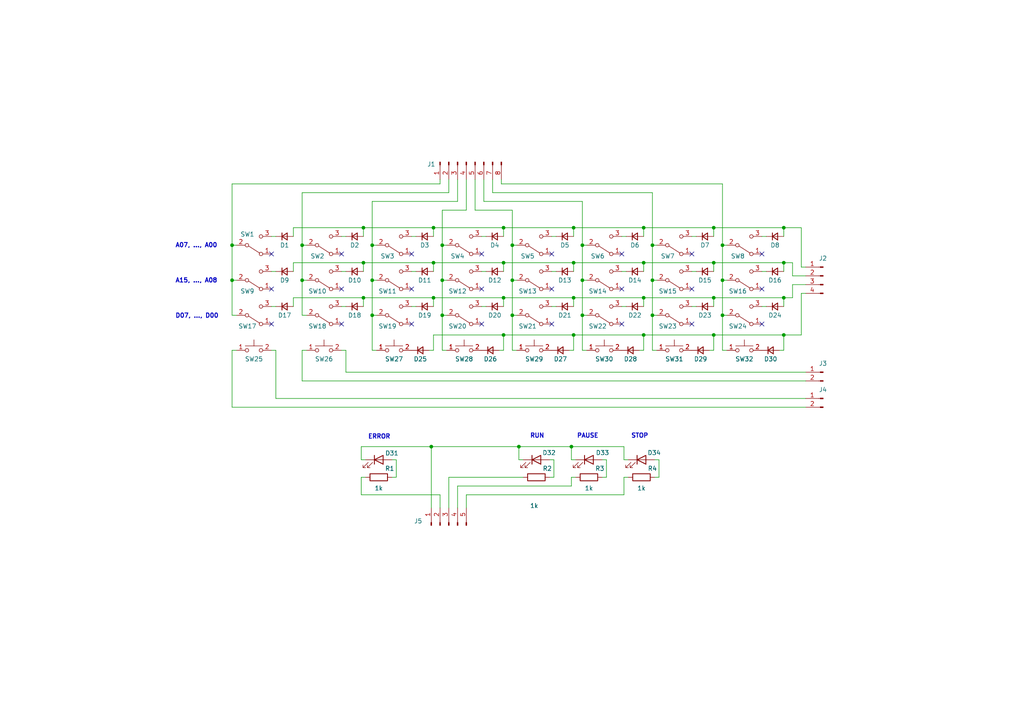
<source format=kicad_sch>
(kicad_sch (version 20211123) (generator eeschema)
  (paper "A4")
  (title_block (title "PMAN/SW - switch modul") (date "2025-09-21") (rev "1.0") (company "Pozsár Zsolt") (comment 1 "Zacchaeus Microcomputer"))
  (lib_symbols
    (symbol "Connector:Conn_01x02_Male" (pin_names (offset 1.016) hide)
      (property "Reference" "J" (at 0 2.54 0))
      (property "Value" "Conn_01x02_Male" (at 0 -5.08 0))
      (symbol "Conn_01x02_Male_1_1"
        (polyline (pts (xy 1.27 -2.54) (xy 0.8636 -2.54)) (stroke (width 0.1524)))
        (polyline (pts (xy 1.27 0) (xy 0.8636 0)) (stroke (width 0.1524)))
        (rectangle (start 0.8636 -2.413) (end 0 -2.667) (stroke (width 0.1524)) (fill (type outline)))
        (rectangle (start 0.8636 0.127) (end 0 -0.127) (stroke (width 0.1524)) (fill (type outline)))
        (pin passive line (at 5.08 0 180) (length 3.81) (name "Pin_1") (number "1"))
        (pin passive line (at 5.08 -2.54 180) (length 3.81) (name "Pin_2") (number "2"))
      )
    )
    (symbol "Connector:Conn_01x04_Male" (pin_names (offset 1.016) hide)
      (property "Reference" "J" (at 0 5.08 0))
      (property "Value" "Conn_01x04_Male" (at 0 -7.62 0))
      (symbol "Conn_01x04_Male_1_1"
        (polyline (pts (xy 1.27 -5.08) (xy 0.8636 -5.08)) (stroke (width 0.1524)))
        (polyline (pts (xy 1.27 -2.54) (xy 0.8636 -2.54)) (stroke (width 0.1524)))
        (polyline (pts (xy 1.27 0) (xy 0.8636 0)) (stroke (width 0.1524)))
        (polyline (pts (xy 1.27 2.54) (xy 0.8636 2.54)) (stroke (width 0.1524)))
        (rectangle (start 0.8636 -4.953) (end 0 -5.207) (stroke (width 0.1524)) (fill (type outline)))
        (rectangle (start 0.8636 -2.413) (end 0 -2.667) (stroke (width 0.1524)) (fill (type outline)))
        (rectangle (start 0.8636 0.127) (end 0 -0.127) (stroke (width 0.1524)) (fill (type outline)))
        (rectangle (start 0.8636 2.667) (end 0 2.413) (stroke (width 0.1524)) (fill (type outline)))
        (pin passive line (at 5.08 2.54 180) (length 3.81) (name "Pin_1") (number "1"))
        (pin passive line (at 5.08 0 180) (length 3.81) (name "Pin_2") (number "2"))
        (pin passive line (at 5.08 -2.54 180) (length 3.81) (name "Pin_3") (number "3"))
        (pin passive line (at 5.08 -5.08 180) (length 3.81) (name "Pin_4") (number "4"))
      )
    )
    (symbol "Connector:Conn_01x05_Male" (pin_names (offset 1.016) hide)
      (property "Reference" "J" (at 0 7.62 0))
      (property "Value" "Conn_01x05_Male" (at 0 -7.62 0))
      (symbol "Conn_01x05_Male_1_1"
        (polyline (pts (xy 1.27 -5.08) (xy 0.8636 -5.08)) (stroke (width 0.1524)))
        (polyline (pts (xy 1.27 -2.54) (xy 0.8636 -2.54)) (stroke (width 0.1524)))
        (polyline (pts (xy 1.27 0) (xy 0.8636 0)) (stroke (width 0.1524)))
        (polyline (pts (xy 1.27 2.54) (xy 0.8636 2.54)) (stroke (width 0.1524)))
        (polyline (pts (xy 1.27 5.08) (xy 0.8636 5.08)) (stroke (width 0.1524)))
        (rectangle (start 0.8636 -4.953) (end 0 -5.207) (stroke (width 0.1524)) (fill (type outline)))
        (rectangle (start 0.8636 -2.413) (end 0 -2.667) (stroke (width 0.1524)) (fill (type outline)))
        (rectangle (start 0.8636 0.127) (end 0 -0.127) (stroke (width 0.1524)) (fill (type outline)))
        (rectangle (start 0.8636 2.667) (end 0 2.413) (stroke (width 0.1524)) (fill (type outline)))
        (rectangle (start 0.8636 5.207) (end 0 4.953) (stroke (width 0.1524)) (fill (type outline)))
        (pin passive line (at 5.08 5.08 180) (length 3.81) (name "Pin_1") (number "1"))
        (pin passive line (at 5.08 2.54 180) (length 3.81) (name "Pin_2") (number "2"))
        (pin passive line (at 5.08 0 180) (length 3.81) (name "Pin_3") (number "3"))
        (pin passive line (at 5.08 -2.54 180) (length 3.81) (name "Pin_4") (number "4"))
        (pin passive line (at 5.08 -5.08 180) (length 3.81) (name "Pin_5") (number "5"))
      )
    )
    (symbol "Connector:Conn_01x08_Male" (pin_names (offset 1.016) hide)
      (property "Reference" "J" (at 0 10.16 0))
      (property "Value" "Conn_01x08_Male" (at 0 -12.7 0))
      (symbol "Conn_01x08_Male_1_1"
        (polyline (pts (xy 1.27 -10.16) (xy 0.8636 -10.16)) (stroke (width 0.1524)))
        (polyline (pts (xy 1.27 -7.62) (xy 0.8636 -7.62)) (stroke (width 0.1524)))
        (polyline (pts (xy 1.27 -5.08) (xy 0.8636 -5.08)) (stroke (width 0.1524)))
        (polyline (pts (xy 1.27 -2.54) (xy 0.8636 -2.54)) (stroke (width 0.1524)))
        (polyline (pts (xy 1.27 0) (xy 0.8636 0)) (stroke (width 0.1524)))
        (polyline (pts (xy 1.27 2.54) (xy 0.8636 2.54)) (stroke (width 0.1524)))
        (polyline (pts (xy 1.27 5.08) (xy 0.8636 5.08)) (stroke (width 0.1524)))
        (polyline (pts (xy 1.27 7.62) (xy 0.8636 7.62)) (stroke (width 0.1524)))
        (rectangle (start 0.8636 -10.033) (end 0 -10.287) (stroke (width 0.1524)) (fill (type outline)))
        (rectangle (start 0.8636 -7.493) (end 0 -7.747) (stroke (width 0.1524)) (fill (type outline)))
        (rectangle (start 0.8636 -4.953) (end 0 -5.207) (stroke (width 0.1524)) (fill (type outline)))
        (rectangle (start 0.8636 -2.413) (end 0 -2.667) (stroke (width 0.1524)) (fill (type outline)))
        (rectangle (start 0.8636 0.127) (end 0 -0.127) (stroke (width 0.1524)) (fill (type outline)))
        (rectangle (start 0.8636 2.667) (end 0 2.413) (stroke (width 0.1524)) (fill (type outline)))
        (rectangle (start 0.8636 5.207) (end 0 4.953) (stroke (width 0.1524)) (fill (type outline)))
        (rectangle (start 0.8636 7.747) (end 0 7.493) (stroke (width 0.1524)) (fill (type outline)))
        (pin passive line (at 5.08 7.62 180) (length 3.81) (name "Pin_1") (number "1"))
        (pin passive line (at 5.08 5.08 180) (length 3.81) (name "Pin_2") (number "2"))
        (pin passive line (at 5.08 2.54 180) (length 3.81) (name "Pin_3") (number "3"))
        (pin passive line (at 5.08 0 180) (length 3.81) (name "Pin_4") (number "4"))
        (pin passive line (at 5.08 -2.54 180) (length 3.81) (name "Pin_5") (number "5"))
        (pin passive line (at 5.08 -5.08 180) (length 3.81) (name "Pin_6") (number "6"))
        (pin passive line (at 5.08 -7.62 180) (length 3.81) (name "Pin_7") (number "7"))
        (pin passive line (at 5.08 -10.16 180) (length 3.81) (name "Pin_8") (number "8"))
      )
    )
    (symbol "Device:D_Small" (pin_numbers hide) (pin_names (offset 0.254) hide)
      (property "Reference" "D" (at -1.27 2.032 0))
      (property "Value" "D_Small" (at -3.81 -2.032 0))
      (symbol "D_Small_0_1"
        (polyline (pts (xy -0.762 -1.016) (xy -0.762 1.016)) (stroke (width 0.254)))
        (polyline (pts (xy -0.762 0) (xy 0.762 0)))
        (polyline (pts (xy 0.762 -1.016) (xy -0.762 0) (xy 0.762 1.016) (xy 0.762 -1.016)) (stroke (width 0.254)))
      )
      (symbol "D_Small_1_1"
        (pin passive line (at -2.54 0 0) (length 1.778) (name "K") (number "1"))
        (pin passive line (at 2.54 0 180) (length 1.778) (name "A") (number "2"))
      )
    )
    (symbol "Device:LED" (pin_numbers hide) (pin_names (offset 1.016) hide)
      (property "Reference" "D" (at 0 2.54 0))
      (property "Value" "LED" (at 0 -2.54 0))
      (symbol "LED_0_1"
        (polyline (pts (xy -1.27 -1.27) (xy -1.27 1.27)) (stroke (width 0.254)))
        (polyline (pts (xy -1.27 0) (xy 1.27 0)))
        (polyline (pts (xy 1.27 -1.27) (xy 1.27 1.27) (xy -1.27 0) (xy 1.27 -1.27)) (stroke (width 0.254)))
        (polyline (pts (xy -3.048 -0.762) (xy -4.572 -2.286) (xy -3.81 -2.286) (xy -4.572 -2.286) (xy -4.572 -1.524)))
        (polyline (pts (xy -1.778 -0.762) (xy -3.302 -2.286) (xy -2.54 -2.286) (xy -3.302 -2.286) (xy -3.302 -1.524)))
      )
      (symbol "LED_1_1"
        (pin passive line (at -3.81 0 0) (length 2.54) (name "K") (number "1"))
        (pin passive line (at 3.81 0 180) (length 2.54) (name "A") (number "2"))
      )
    )
    (symbol "Device:R" (pin_numbers hide) (pin_names (offset 0))
      (property "Reference" "R" (at 2.032 0 90))
      (property "Value" "R" (at 0 0 90))
      (symbol "R_0_1"
        (rectangle (start -1.016 -2.54) (end 1.016 2.54) (stroke (width 0.254)))
      )
      (symbol "R_1_1"
        (pin passive line (at 0 3.81 270) (length 1.27) (name "~") (number "1"))
        (pin passive line (at 0 -3.81 90) (length 1.27) (name "~") (number "2"))
      )
    )
    (symbol "SW_Push_1" (pin_names (offset 1.016) hide)
      (property "Reference" "SW" (at 1.27 2.54 0))
      (property "Value" "SW_Push_1" (at 0 -1.524 0))
      (symbol "SW_Push_1_0_1"
        (circle (center -2.032 0) (radius 0.508))
        (polyline (pts (xy 0 1.27) (xy 0 3.048)))
        (polyline (pts (xy 2.54 1.27) (xy -2.54 1.27)))
        (circle (center 2.032 0) (radius 0.508))
        (pin passive line (at -5.08 0 0) (length 2.54) (name "1") (number "1"))
        (pin passive line (at 5.08 0 180) (length 2.54) (name "2") (number "2"))
      )
    )
    (symbol "SW_Push_2" (pin_names (offset 1.016) hide)
      (property "Reference" "SW" (at 1.27 2.54 0))
      (property "Value" "SW_Push_2" (at 0 -1.524 0))
      (symbol "SW_Push_2_0_1"
        (circle (center -2.032 0) (radius 0.508))
        (polyline (pts (xy 0 1.27) (xy 0 3.048)))
        (polyline (pts (xy 2.54 1.27) (xy -2.54 1.27)))
        (circle (center 2.032 0) (radius 0.508))
        (pin passive line (at -5.08 0 0) (length 2.54) (name "1") (number "1"))
        (pin passive line (at 5.08 0 180) (length 2.54) (name "2") (number "2"))
      )
    )
    (symbol "SW_Push_3" (pin_names (offset 1.016) hide)
      (property "Reference" "SW" (at 1.27 2.54 0))
      (property "Value" "SW_Push_3" (at 0 -1.524 0))
      (symbol "SW_Push_3_0_1"
        (circle (center -2.032 0) (radius 0.508))
        (polyline (pts (xy 0 1.27) (xy 0 3.048)))
        (polyline (pts (xy 2.54 1.27) (xy -2.54 1.27)))
        (circle (center 2.032 0) (radius 0.508))
        (pin passive line (at -5.08 0 0) (length 2.54) (name "1") (number "1"))
        (pin passive line (at 5.08 0 180) (length 2.54) (name "2") (number "2"))
      )
    )
    (symbol "SW_Push_4" (pin_names (offset 1.016) hide)
      (property "Reference" "SW" (at 1.27 2.54 0))
      (property "Value" "SW_Push_4" (at 0 -1.524 0))
      (symbol "SW_Push_4_0_1"
        (circle (center -2.032 0) (radius 0.508))
        (polyline (pts (xy 0 1.27) (xy 0 3.048)))
        (polyline (pts (xy 2.54 1.27) (xy -2.54 1.27)))
        (circle (center 2.032 0) (radius 0.508))
        (pin passive line (at -5.08 0 0) (length 2.54) (name "1") (number "1"))
        (pin passive line (at 5.08 0 180) (length 2.54) (name "2") (number "2"))
      )
    )
    (symbol "SW_Push_5" (pin_names (offset 1.016) hide)
      (property "Reference" "SW" (at 1.27 2.54 0))
      (property "Value" "SW_Push_5" (at 0 -1.524 0))
      (symbol "SW_Push_5_0_1"
        (circle (center -2.032 0) (radius 0.508))
        (polyline (pts (xy 0 1.27) (xy 0 3.048)))
        (polyline (pts (xy 2.54 1.27) (xy -2.54 1.27)))
        (circle (center 2.032 0) (radius 0.508))
        (pin passive line (at -5.08 0 0) (length 2.54) (name "1") (number "1"))
        (pin passive line (at 5.08 0 180) (length 2.54) (name "2") (number "2"))
      )
    )
    (symbol "SW_Push_6" (pin_names (offset 1.016) hide)
      (property "Reference" "SW" (at 1.27 2.54 0))
      (property "Value" "SW_Push_6" (at 0 -1.524 0))
      (symbol "SW_Push_6_0_1"
        (circle (center -2.032 0) (radius 0.508))
        (polyline (pts (xy 0 1.27) (xy 0 3.048)))
        (polyline (pts (xy 2.54 1.27) (xy -2.54 1.27)))
        (circle (center 2.032 0) (radius 0.508))
        (pin passive line (at -5.08 0 0) (length 2.54) (name "1") (number "1"))
        (pin passive line (at 5.08 0 180) (length 2.54) (name "2") (number "2"))
      )
    )
    (symbol "SW_Push_7" (pin_names (offset 1.016) hide)
      (property "Reference" "SW" (at 1.27 2.54 0))
      (property "Value" "SW_Push_7" (at 0 -1.524 0))
      (symbol "SW_Push_7_0_1"
        (circle (center -2.032 0) (radius 0.508))
        (polyline (pts (xy 0 1.27) (xy 0 3.048)))
        (polyline (pts (xy 2.54 1.27) (xy -2.54 1.27)))
        (circle (center 2.032 0) (radius 0.508))
        (pin passive line (at -5.08 0 0) (length 2.54) (name "1") (number "1"))
        (pin passive line (at 5.08 0 180) (length 2.54) (name "2") (number "2"))
      )
    )
    (symbol "Switch:SW_Push" (pin_names (offset 1.016) hide)
      (property "Reference" "SW" (at 1.27 2.54 0))
      (property "Value" "SW_Push" (at 0 -1.524 0))
      (symbol "SW_Push_0_1"
        (circle (center -2.032 0) (radius 0.508))
        (polyline (pts (xy 0 1.27) (xy 0 3.048)))
        (polyline (pts (xy 2.54 1.27) (xy -2.54 1.27)))
        (circle (center 2.032 0) (radius 0.508))
        (pin passive line (at -5.08 0 0) (length 2.54) (name "1") (number "1"))
        (pin passive line (at 5.08 0 180) (length 2.54) (name "2") (number "2"))
      )
    )
    (symbol "Switch:SW_SPDT" (pin_names (offset 0) hide)
      (property "Reference" "SW" (at 0 4.318 0))
      (property "Value" "SW_SPDT" (at 0 -5.08 0))
      (symbol "SW_SPDT_0_0"
        (circle (center -2.032 0) (radius 0.508))
        (circle (center 2.032 -2.54) (radius 0.508))
      )
      (symbol "SW_SPDT_0_1"
        (polyline (pts (xy -1.524 0.254) (xy 1.651 2.286)))
        (circle (center 2.032 2.54) (radius 0.508))
      )
      (symbol "SW_SPDT_1_1"
        (pin passive line (at 5.08 2.54 180) (length 2.54) (name "A") (number "1"))
        (pin passive line (at -5.08 0 0) (length 2.54) (name "B") (number "2"))
        (pin passive line (at 5.08 -2.54 180) (length 2.54) (name "C") (number "3"))
      )
    )
  )
  (junction (at 168.91 91.44))
  (junction (at 186.69 76.2))
  (junction (at 227.33 66.04))
  (junction (at 150.495 129.54))
  (junction (at 166.37 86.36))
  (junction (at 128.27 81.28))
  (junction (at 186.69 86.36))
  (junction (at 209.55 91.44))
  (junction (at 189.23 71.12))
  (junction (at 186.69 66.04))
  (junction (at 125.73 66.04))
  (junction (at 227.33 97.155))
  (junction (at 105.41 76.2))
  (junction (at 207.01 86.36))
  (junction (at 207.01 97.155))
  (junction (at 146.05 66.04))
  (junction (at 67.31 81.28))
  (junction (at 128.27 91.44))
  (junction (at 148.59 71.12))
  (junction (at 168.91 71.12))
  (junction (at 227.33 86.36))
  (junction (at 227.33 76.2))
  (junction (at 165.735 129.54))
  (junction (at 107.95 91.44))
  (junction (at 125.73 76.2))
  (junction (at 125.095 129.54))
  (junction (at 186.69 97.155))
  (junction (at 166.37 66.04))
  (junction (at 107.95 81.28))
  (junction (at 168.91 81.28))
  (junction (at 105.41 66.04))
  (junction (at 209.55 71.12))
  (junction (at 189.23 91.44))
  (junction (at 189.23 81.28))
  (junction (at 146.05 97.155))
  (junction (at 107.95 71.12))
  (junction (at 148.59 81.28))
  (junction (at 87.63 71.12))
  (junction (at 87.63 81.28))
  (junction (at 207.01 76.2))
  (junction (at 166.37 76.2))
  (junction (at 166.37 97.155))
  (junction (at 67.31 71.12))
  (junction (at 125.73 86.36))
  (junction (at 148.59 91.44))
  (junction (at 209.55 81.28))
  (junction (at 207.01 66.04))
  (junction (at 146.05 86.36))
  (junction (at 128.27 71.12))
  (junction (at 105.41 86.36))
  (junction (at 146.05 76.2))
  (no_connect (at 119.38 83.82))
  (no_connect (at 139.7 73.66))
  (no_connect (at 180.34 83.82))
  (no_connect (at 99.06 73.66))
  (no_connect (at 220.98 73.66))
  (no_connect (at 139.7 83.82))
  (no_connect (at 119.38 73.66))
  (no_connect (at 200.66 93.98))
  (no_connect (at 200.66 83.82))
  (no_connect (at 160.02 83.82))
  (no_connect (at 160.02 73.66))
  (no_connect (at 200.66 73.66))
  (no_connect (at 119.38 93.98))
  (no_connect (at 78.74 83.82))
  (no_connect (at 180.34 73.66))
  (no_connect (at 78.74 73.66))
  (no_connect (at 220.98 83.82))
  (no_connect (at 139.7 93.98))
  (no_connect (at 180.34 93.98))
  (no_connect (at 160.02 93.98))
  (no_connect (at 78.74 93.98))
  (no_connect (at 99.06 83.82))
  (no_connect (at 99.06 93.98))
  (no_connect (at 220.98 93.98))
  (wire (pts (xy 127.635 53.34) (xy 67.31 53.34)))
  (wire (pts (xy 99.06 78.74) (xy 100.33 78.74)))
  (wire (pts (xy 146.05 76.2) (xy 166.37 76.2)))
  (wire (pts (xy 166.37 101.6) (xy 166.37 97.155)))
  (wire (pts (xy 168.91 101.6) (xy 170.18 101.6)))
  (wire (pts (xy 166.37 86.36) (xy 186.69 86.36)))
  (wire (pts (xy 180.975 129.54) (xy 165.735 129.54)))
  (wire (pts (xy 160.655 138.43) (xy 159.385 138.43)))
  (wire (pts (xy 167.005 133.35) (xy 165.735 133.35)))
  (wire (pts (xy 88.9 71.12) (xy 87.63 71.12)))
  (wire (pts (xy 233.68 77.47) (xy 232.41 77.47)))
  (wire (pts (xy 105.41 66.04) (xy 105.41 68.58)))
  (wire (pts (xy 127.635 143.51) (xy 127.635 147.32)))
  (wire (pts (xy 87.63 81.28) (xy 88.9 81.28)))
  (wire (pts (xy 186.69 76.2) (xy 186.69 78.74)))
  (wire (pts (xy 67.31 101.6) (xy 67.31 118.11)))
  (wire (pts (xy 209.55 81.28) (xy 209.55 91.44)))
  (wire (pts (xy 125.73 76.2) (xy 125.73 78.74)))
  (wire (pts (xy 106.045 138.43) (xy 104.775 138.43)))
  (wire (pts (xy 87.63 110.49) (xy 233.68 110.49)))
  (wire (pts (xy 180.34 78.74) (xy 181.61 78.74)))
  (wire (pts (xy 191.135 138.43) (xy 189.865 138.43)))
  (wire (pts (xy 85.09 76.2) (xy 85.09 78.74)))
  (wire (pts (xy 200.66 88.9) (xy 201.93 88.9)))
  (wire (pts (xy 128.27 101.6) (xy 129.54 101.6)))
  (wire (pts (xy 207.01 66.04) (xy 207.01 68.58)))
  (wire (pts (xy 137.795 60.96) (xy 148.59 60.96)))
  (wire (pts (xy 186.69 101.6) (xy 186.69 97.155)))
  (wire (pts (xy 87.63 71.12) (xy 87.63 81.28)))
  (wire (pts (xy 210.82 101.6) (xy 209.55 101.6)))
  (wire (pts (xy 209.55 91.44) (xy 210.82 91.44)))
  (wire (pts (xy 160.02 68.58) (xy 161.29 68.58)))
  (wire (pts (xy 125.73 66.04) (xy 146.05 66.04)))
  (wire (pts (xy 146.05 86.36) (xy 166.37 86.36)))
  (wire (pts (xy 125.73 86.36) (xy 146.05 86.36)))
  (wire (pts (xy 119.38 88.9) (xy 120.65 88.9)))
  (wire (pts (xy 207.01 76.2) (xy 227.33 76.2)))
  (wire (pts (xy 191.135 133.35) (xy 191.135 138.43)))
  (wire (pts (xy 148.59 81.28) (xy 148.59 91.44)))
  (wire (pts (xy 132.715 147.32) (xy 132.715 140.97)))
  (wire (pts (xy 67.31 91.44) (xy 68.58 91.44)))
  (wire (pts (xy 132.715 58.42) (xy 132.715 52.07)))
  (wire (pts (xy 145.415 52.07) (xy 145.415 53.34)))
  (wire (pts (xy 87.63 101.6) (xy 87.63 110.49)))
  (wire (pts (xy 125.73 86.36) (xy 125.73 88.9)))
  (wire (pts (xy 168.91 91.44) (xy 170.18 91.44)))
  (wire (pts (xy 186.69 66.04) (xy 186.69 68.58)))
  (wire (pts (xy 166.37 76.2) (xy 166.37 78.74)))
  (wire (pts (xy 227.33 101.6) (xy 227.33 97.155)))
  (wire (pts (xy 129.54 71.12) (xy 128.27 71.12)))
  (wire (pts (xy 130.175 147.32) (xy 130.175 138.43)))
  (wire (pts (xy 125.73 101.6) (xy 125.73 97.155)))
  (wire (pts (xy 80.01 101.6) (xy 78.74 101.6)))
  (wire (pts (xy 135.255 147.32) (xy 135.255 143.51)))
  (wire (pts (xy 139.7 68.58) (xy 140.97 68.58)))
  (wire (pts (xy 132.715 140.97) (xy 165.735 140.97)))
  (wire (pts (xy 148.59 71.12) (xy 148.59 60.96)))
  (wire (pts (xy 67.31 81.28) (xy 68.58 81.28)))
  (wire (pts (xy 165.735 129.54) (xy 165.735 133.35)))
  (wire (pts (xy 68.58 101.6) (xy 67.31 101.6)))
  (wire (pts (xy 189.23 101.6) (xy 190.5 101.6)))
  (wire (pts (xy 125.73 66.04) (xy 125.73 68.58)))
  (wire (pts (xy 78.74 68.58) (xy 80.01 68.58)))
  (wire (pts (xy 137.795 52.07) (xy 137.795 60.96)))
  (wire (pts (xy 128.27 71.12) (xy 128.27 81.28)))
  (wire (pts (xy 85.09 86.36) (xy 105.41 86.36)))
  (wire (pts (xy 174.625 133.35) (xy 175.895 133.35)))
  (wire (pts (xy 104.775 138.43) (xy 104.775 143.51)))
  (wire (pts (xy 168.91 71.12) (xy 168.91 81.28)))
  (wire (pts (xy 67.31 118.11) (xy 233.68 118.11)))
  (wire (pts (xy 80.01 101.6) (xy 80.01 115.57)))
  (wire (pts (xy 170.18 71.12) (xy 168.91 71.12)))
  (wire (pts (xy 67.31 71.12) (xy 67.31 81.28)))
  (wire (pts (xy 146.05 66.04) (xy 146.05 68.58)))
  (wire (pts (xy 148.59 101.6) (xy 149.86 101.6)))
  (wire (pts (xy 142.875 55.88) (xy 189.23 55.88)))
  (wire (pts (xy 87.63 71.12) (xy 87.63 55.88)))
  (wire (pts (xy 186.69 66.04) (xy 207.01 66.04)))
  (wire (pts (xy 104.775 129.54) (xy 104.775 133.35)))
  (wire (pts (xy 128.27 60.96) (xy 135.255 60.96)))
  (wire (pts (xy 105.41 86.36) (xy 105.41 88.9)))
  (wire (pts (xy 168.91 81.28) (xy 168.91 91.44)))
  (wire (pts (xy 207.01 97.155) (xy 227.33 97.155)))
  (wire (pts (xy 146.05 97.155) (xy 166.37 97.155)))
  (wire (pts (xy 107.95 71.12) (xy 107.95 58.42)))
  (wire (pts (xy 104.775 129.54) (xy 125.095 129.54)))
  (wire (pts (xy 127.635 52.07) (xy 127.635 53.34)))
  (wire (pts (xy 160.655 133.35) (xy 160.655 138.43)))
  (wire (pts (xy 125.095 129.54) (xy 125.095 147.32)))
  (wire (pts (xy 207.01 66.04) (xy 227.33 66.04)))
  (wire (pts (xy 128.27 91.44) (xy 128.27 101.6)))
  (wire (pts (xy 128.27 81.28) (xy 129.54 81.28)))
  (wire (pts (xy 226.06 101.6) (xy 227.33 101.6)))
  (wire (pts (xy 186.69 86.36) (xy 207.01 86.36)))
  (wire (pts (xy 166.37 66.04) (xy 166.37 68.58)))
  (wire (pts (xy 189.23 91.44) (xy 189.23 101.6)))
  (wire (pts (xy 185.42 101.6) (xy 186.69 101.6)))
  (wire (pts (xy 125.095 129.54) (xy 150.495 129.54)))
  (wire (pts (xy 165.735 140.97) (xy 165.735 138.43)))
  (wire (pts (xy 99.06 88.9) (xy 100.33 88.9)))
  (wire (pts (xy 119.38 68.58) (xy 120.65 68.58)))
  (wire (pts (xy 104.775 133.35) (xy 106.045 133.35)))
  (wire (pts (xy 165.735 138.43) (xy 167.005 138.43)))
  (wire (pts (xy 200.66 78.74) (xy 201.93 78.74)))
  (wire (pts (xy 114.935 133.35) (xy 114.935 138.43)))
  (wire (pts (xy 128.27 91.44) (xy 129.54 91.44)))
  (wire (pts (xy 67.31 53.34) (xy 67.31 71.12)))
  (wire (pts (xy 146.05 66.04) (xy 166.37 66.04)))
  (wire (pts (xy 100.33 101.6) (xy 99.06 101.6)))
  (wire (pts (xy 104.775 143.51) (xy 127.635 143.51)))
  (wire (pts (xy 148.59 71.12) (xy 148.59 81.28)))
  (wire (pts (xy 175.895 138.43) (xy 174.625 138.43)))
  (wire (pts (xy 140.335 58.42) (xy 168.91 58.42)))
  (wire (pts (xy 109.22 71.12) (xy 107.95 71.12)))
  (wire (pts (xy 232.41 85.09) (xy 232.41 97.155)))
  (wire (pts (xy 180.975 143.51) (xy 180.975 138.43)))
  (wire (pts (xy 144.78 101.6) (xy 146.05 101.6)))
  (wire (pts (xy 78.74 78.74) (xy 80.01 78.74)))
  (wire (pts (xy 180.975 138.43) (xy 182.245 138.43)))
  (wire (pts (xy 135.255 60.96) (xy 135.255 52.07)))
  (wire (pts (xy 145.415 53.34) (xy 209.55 53.34)))
  (wire (pts (xy 210.82 71.12) (xy 209.55 71.12)))
  (wire (pts (xy 105.41 76.2) (xy 105.41 78.74)))
  (wire (pts (xy 160.02 88.9) (xy 161.29 88.9)))
  (wire (pts (xy 189.23 81.28) (xy 189.23 91.44)))
  (wire (pts (xy 166.37 97.155) (xy 186.69 97.155)))
  (wire (pts (xy 227.33 76.2) (xy 227.33 78.74)))
  (wire (pts (xy 159.385 133.35) (xy 160.655 133.35)))
  (wire (pts (xy 165.1 101.6) (xy 166.37 101.6)))
  (wire (pts (xy 78.74 88.9) (xy 80.01 88.9)))
  (wire (pts (xy 229.87 82.55) (xy 229.87 86.36)))
  (wire (pts (xy 85.09 66.04) (xy 85.09 68.58)))
  (wire (pts (xy 233.68 107.95) (xy 100.33 107.95)))
  (wire (pts (xy 233.68 85.09) (xy 232.41 85.09)))
  (wire (pts (xy 166.37 76.2) (xy 186.69 76.2)))
  (wire (pts (xy 209.55 71.12) (xy 209.55 81.28)))
  (wire (pts (xy 220.98 88.9) (xy 222.25 88.9)))
  (wire (pts (xy 232.41 77.47) (xy 232.41 66.04)))
  (wire (pts (xy 189.23 81.28) (xy 190.5 81.28)))
  (wire (pts (xy 189.23 71.12) (xy 189.23 55.88)))
  (wire (pts (xy 233.68 115.57) (xy 80.01 115.57)))
  (wire (pts (xy 227.33 66.04) (xy 232.41 66.04)))
  (wire (pts (xy 182.245 133.35) (xy 180.975 133.35)))
  (wire (pts (xy 233.68 80.01) (xy 229.87 80.01)))
  (wire (pts (xy 189.865 133.35) (xy 191.135 133.35)))
  (wire (pts (xy 130.175 55.88) (xy 130.175 52.07)))
  (wire (pts (xy 105.41 66.04) (xy 125.73 66.04)))
  (wire (pts (xy 107.95 71.12) (xy 107.95 81.28)))
  (wire (pts (xy 146.05 86.36) (xy 146.05 88.9)))
  (wire (pts (xy 189.23 71.12) (xy 189.23 81.28)))
  (wire (pts (xy 128.27 81.28) (xy 128.27 91.44)))
  (wire (pts (xy 68.58 71.12) (xy 67.31 71.12)))
  (wire (pts (xy 186.69 86.36) (xy 186.69 88.9)))
  (wire (pts (xy 107.95 58.42) (xy 132.715 58.42)))
  (wire (pts (xy 125.73 97.155) (xy 146.05 97.155)))
  (wire (pts (xy 130.175 138.43) (xy 151.765 138.43)))
  (wire (pts (xy 227.33 97.155) (xy 232.41 97.155)))
  (wire (pts (xy 220.98 68.58) (xy 222.25 68.58)))
  (wire (pts (xy 160.02 78.74) (xy 161.29 78.74)))
  (wire (pts (xy 200.66 68.58) (xy 201.93 68.58)))
  (wire (pts (xy 140.335 52.07) (xy 140.335 58.42)))
  (wire (pts (xy 119.38 78.74) (xy 120.65 78.74)))
  (wire (pts (xy 107.95 91.44) (xy 109.22 91.44)))
  (wire (pts (xy 67.31 81.28) (xy 67.31 91.44)))
  (wire (pts (xy 205.74 101.6) (xy 207.01 101.6)))
  (wire (pts (xy 166.37 86.36) (xy 166.37 88.9)))
  (wire (pts (xy 207.01 86.36) (xy 207.01 88.9)))
  (wire (pts (xy 166.37 66.04) (xy 186.69 66.04)))
  (wire (pts (xy 87.63 81.28) (xy 87.63 91.44)))
  (wire (pts (xy 220.98 78.74) (xy 222.25 78.74)))
  (wire (pts (xy 107.95 81.28) (xy 107.95 91.44)))
  (wire (pts (xy 87.63 91.44) (xy 88.9 91.44)))
  (wire (pts (xy 142.875 52.07) (xy 142.875 55.88)))
  (wire (pts (xy 85.09 76.2) (xy 105.41 76.2)))
  (wire (pts (xy 209.55 71.12) (xy 209.55 53.34)))
  (wire (pts (xy 113.665 133.35) (xy 114.935 133.35)))
  (wire (pts (xy 148.59 81.28) (xy 149.86 81.28)))
  (wire (pts (xy 85.09 66.04) (xy 105.41 66.04)))
  (wire (pts (xy 227.33 86.36) (xy 229.87 86.36)))
  (wire (pts (xy 139.7 78.74) (xy 140.97 78.74)))
  (wire (pts (xy 100.33 101.6) (xy 100.33 107.95)))
  (wire (pts (xy 124.46 101.6) (xy 125.73 101.6)))
  (wire (pts (xy 125.73 76.2) (xy 146.05 76.2)))
  (wire (pts (xy 107.95 91.44) (xy 107.95 101.6)))
  (wire (pts (xy 99.06 68.58) (xy 100.33 68.58)))
  (wire (pts (xy 227.33 66.04) (xy 227.33 68.58)))
  (wire (pts (xy 148.59 91.44) (xy 148.59 101.6)))
  (wire (pts (xy 146.05 76.2) (xy 146.05 78.74)))
  (wire (pts (xy 165.735 129.54) (xy 150.495 129.54)))
  (wire (pts (xy 87.63 55.88) (xy 130.175 55.88)))
  (wire (pts (xy 209.55 81.28) (xy 210.82 81.28)))
  (wire (pts (xy 151.765 133.35) (xy 150.495 133.35)))
  (wire (pts (xy 233.68 82.55) (xy 229.87 82.55)))
  (wire (pts (xy 189.23 91.44) (xy 190.5 91.44)))
  (wire (pts (xy 128.27 71.12) (xy 128.27 60.96)))
  (wire (pts (xy 209.55 91.44) (xy 209.55 101.6)))
  (wire (pts (xy 135.255 143.51) (xy 180.975 143.51)))
  (wire (pts (xy 114.935 138.43) (xy 113.665 138.43)))
  (wire (pts (xy 107.95 81.28) (xy 109.22 81.28)))
  (wire (pts (xy 168.91 91.44) (xy 168.91 101.6)))
  (wire (pts (xy 168.91 58.42) (xy 168.91 71.12)))
  (wire (pts (xy 186.69 76.2) (xy 207.01 76.2)))
  (wire (pts (xy 229.87 80.01) (xy 229.87 76.2)))
  (wire (pts (xy 190.5 71.12) (xy 189.23 71.12)))
  (wire (pts (xy 180.34 88.9) (xy 181.61 88.9)))
  (wire (pts (xy 227.33 86.36) (xy 227.33 88.9)))
  (wire (pts (xy 139.7 88.9) (xy 140.97 88.9)))
  (wire (pts (xy 146.05 101.6) (xy 146.05 97.155)))
  (wire (pts (xy 180.975 133.35) (xy 180.975 129.54)))
  (wire (pts (xy 175.895 133.35) (xy 175.895 138.43)))
  (wire (pts (xy 148.59 91.44) (xy 149.86 91.44)))
  (wire (pts (xy 149.86 71.12) (xy 148.59 71.12)))
  (wire (pts (xy 168.91 81.28) (xy 170.18 81.28)))
  (wire (pts (xy 227.33 76.2) (xy 229.87 76.2)))
  (wire (pts (xy 85.09 86.36) (xy 85.09 88.9)))
  (wire (pts (xy 150.495 129.54) (xy 150.495 133.35)))
  (wire (pts (xy 207.01 101.6) (xy 207.01 97.155)))
  (wire (pts (xy 180.34 68.58) (xy 181.61 68.58)))
  (wire (pts (xy 105.41 76.2) (xy 125.73 76.2)))
  (wire (pts (xy 186.69 97.155) (xy 207.01 97.155)))
  (wire (pts (xy 107.95 101.6) (xy 109.22 101.6)))
  (wire (pts (xy 105.41 86.36) (xy 125.73 86.36)))
  (wire (pts (xy 207.01 76.2) (xy 207.01 78.74)))
  (wire (pts (xy 88.9 101.6) (xy 87.63 101.6)))
  (wire (pts (xy 207.01 86.36) (xy 227.33 86.36)))
  (text "ERROR" (at 106.68 127.508 0) (effects (font (size 1.27 1.27) (thickness 0.254) bold) (justify left bottom)))
  (text "RUN          PAUSE          STOP\n" (at 153.67 127.254 0) (effects (font (size 1.27 1.27) (thickness 0.254) bold) (justify left bottom)))
  (text "A07, ..., A00\n\n\n\n\nA15, ..., A08\n\n\n\n\nD07, ..., D00" (at 50.8 92.456 0) (effects (font (size 1.27 1.27) (thickness 0.254) bold) (justify left bottom)))
  (symbol (lib_id "Device:D_Small") (at 82.55 68.58 0) (unit 1)
    (property "Reference" "D1" (at 82.55 71.12 0))
    (property "Value" "1N4148" (effects hide))
    (property "Footprint" "Diode_THT:D_DO-35_SOD27_P7.62mm_Horizontal" (effects hide))
  )
  (symbol (lib_id "Switch:SW_SPDT") (at 175.26 81.28 0) (mirror x) (unit 1)
    (property "Reference" "SW14" (at 173.355 84.455 0))
    (property "Value" "SW_SPDT" (effects hide))
    (property "Footprint" "PMAN_SW:SW_SMTS" (effects hide))
  )
  (symbol (lib_id "Device:LED") (at 109.855 133.35 0) (unit 1)
    (property "Reference" "D31" (at 113.665 131.445 0))
    (property "Value" "LED" (effects hide))
    (property "Footprint" "LED_THT:LED_D3.0mm" (effects hide))
  )
  (symbol (lib_id "Switch:SW_SPDT") (at 134.62 81.28 0) (mirror x) (unit 1)
    (property "Reference" "SW12" (at 132.715 84.455 0))
    (property "Value" "SW_SPDT" (effects hide))
    (property "Footprint" "PMAN_SW:SW_SMTS" (effects hide))
  )
  (symbol (lib_name "SW_Push_4") (lib_id "Switch:SW_Push") (at 195.58 101.6 0) (unit 1)
    (property "Reference" "SW31" (at 195.58 104.14 0))
    (property "Value" "SW_Push" (effects hide))
    (property "Footprint" "Connector_PinHeader_2.54mm:PinHeader_1x02_P2.54mm_Vertical" (effects hide))
  )
  (symbol (lib_id "Device:D_Small") (at 121.92 101.6 0) (unit 1)
    (property "Reference" "D25" (at 121.92 104.14 0))
    (property "Value" "1N4148" (effects hide))
    (property "Footprint" "Diode_THT:D_DO-35_SOD27_P2.54mm_Vertical_AnodeUp" (effects hide))
  )
  (symbol (lib_id "Switch:SW_SPDT") (at 175.26 91.44 0) (mirror x) (unit 1)
    (property "Reference" "SW22" (at 173.355 94.615 0))
    (property "Value" "SW_SPDT" (effects hide))
    (property "Footprint" "PMAN_SW:SW_SMTS" (effects hide))
  )
  (symbol (lib_id "Device:D_Small") (at 204.47 68.58 0) (unit 1)
    (property "Reference" "D7" (at 204.47 71.12 0))
    (property "Value" "1N4148" (effects hide))
    (property "Footprint" "Diode_THT:D_DO-35_SOD27_P7.62mm_Horizontal" (effects hide))
  )
  (symbol (lib_id "Switch:SW_SPDT") (at 154.94 91.44 0) (mirror x) (unit 1)
    (property "Reference" "SW21" (at 153.035 94.615 0))
    (property "Value" "SW_SPDT" (effects hide))
    (property "Footprint" "PMAN_SW:SW_SMTS" (effects hide))
  )
  (symbol (lib_id "Device:D_Small") (at 102.87 78.74 0) (unit 1)
    (property "Reference" "D10" (at 102.87 81.28 0))
    (property "Value" "1N4148" (effects hide))
    (property "Footprint" "Diode_THT:D_DO-35_SOD27_P7.62mm_Horizontal" (effects hide))
  )
  (symbol (lib_id "Device:D_Small") (at 203.2 101.6 0) (unit 1)
    (property "Reference" "D29" (at 203.2 104.14 0))
    (property "Value" "1N4148" (effects hide))
    (property "Footprint" "Diode_THT:D_DO-35_SOD27_P2.54mm_Vertical_AnodeUp" (effects hide))
  )
  (symbol (lib_name "SW_Push_1") (lib_id "Switch:SW_Push") (at 134.62 101.6 0) (unit 1)
    (property "Reference" "SW28" (at 134.62 104.14 0))
    (property "Value" "SW_Push" (effects hide))
    (property "Footprint" "Connector_PinHeader_2.54mm:PinHeader_1x02_P2.54mm_Vertical" (effects hide))
  )
  (symbol (lib_name "SW_Push_7") (lib_id "Switch:SW_Push") (at 93.98 101.6 0) (unit 1)
    (property "Reference" "SW26" (at 93.98 104.14 0))
    (property "Value" "SW_Push" (effects hide))
    (property "Footprint" "Connector_PinHeader_2.54mm:PinHeader_1x02_P2.54mm_Vertical" (effects hide))
  )
  (symbol (lib_id "Switch:SW_SPDT") (at 134.62 71.12 0) (mirror x) (unit 1)
    (property "Reference" "SW4" (at 132.715 74.295 0))
    (property "Value" "SW_SPDT" (effects hide))
    (property "Footprint" "PMAN_SW:SW_SMTS" (effects hide))
  )
  (symbol (lib_id "Switch:SW_SPDT") (at 175.26 71.12 0) (mirror x) (unit 1)
    (property "Reference" "SW6" (at 173.355 74.295 0))
    (property "Value" "SW_SPDT" (effects hide))
    (property "Footprint" "PMAN_SW:SW_SMTS" (effects hide))
  )
  (symbol (lib_id "Device:D_Small") (at 143.51 88.9 0) (unit 1)
    (property "Reference" "D20" (at 143.51 91.44 0))
    (property "Value" "1N4148" (effects hide))
    (property "Footprint" "Diode_THT:D_DO-35_SOD27_P7.62mm_Horizontal" (effects hide))
  )
  (symbol (lib_id "Device:D_Small") (at 224.79 68.58 0) (unit 1)
    (property "Reference" "D8" (at 224.79 71.12 0))
    (property "Value" "1N4148" (effects hide))
    (property "Footprint" "Diode_THT:D_DO-35_SOD27_P7.62mm_Horizontal" (effects hide))
  )
  (symbol (lib_id "Device:D_Small") (at 182.88 101.6 0) (unit 1)
    (property "Reference" "D28" (at 182.88 104.14 0))
    (property "Value" "1N4148" (effects hide))
    (property "Footprint" "Diode_THT:D_DO-35_SOD27_P2.54mm_Vertical_AnodeUp" (effects hide))
  )
  (symbol (lib_name "SW_Push_5") (lib_id "Switch:SW_Push") (at 215.9 101.6 0) (unit 1)
    (property "Reference" "SW32" (at 215.9 104.14 0))
    (property "Value" "SW_Push" (effects hide))
    (property "Footprint" "Connector_PinHeader_2.54mm:PinHeader_1x02_P2.54mm_Vertical" (effects hide))
  )
  (symbol (lib_id "Device:D_Small") (at 184.15 88.9 0) (unit 1)
    (property "Reference" "D22" (at 184.15 91.44 0))
    (property "Value" "1N4148" (effects hide))
    (property "Footprint" "Diode_THT:D_DO-35_SOD27_P7.62mm_Horizontal" (effects hide))
  )
  (symbol (lib_id "Device:D_Small") (at 223.52 101.6 0) (unit 1)
    (property "Reference" "D30" (at 223.52 104.14 0))
    (property "Value" "1N4148" (effects hide))
    (property "Footprint" "Diode_THT:D_DO-35_SOD27_P2.54mm_Vertical_AnodeUp" (effects hide))
  )
  (symbol (lib_id "Switch:SW_SPDT") (at 154.94 81.28 0) (mirror x) (unit 1)
    (property "Reference" "SW13" (at 153.035 84.455 0))
    (property "Value" "SW_SPDT" (effects hide))
    (property "Footprint" "PMAN_SW:SW_SMTS" (effects hide))
  )
  (symbol (lib_id "Switch:SW_SPDT") (at 215.9 81.28 0) (mirror x) (unit 1)
    (property "Reference" "SW16" (at 213.995 84.455 0))
    (property "Value" "SW_SPDT" (effects hide))
    (property "Footprint" "PMAN_SW:SW_SMTS" (effects hide))
  )
  (symbol (lib_id "Connector:Conn_01x04_Male") (at 238.76 80.01 0) (mirror y) (unit 1)
    (property "Reference" "J2" (at 237.49 74.93 0) (effects (justify right)))
    (property "Value" "Conn_01x04_Male" (effects hide))
    (property "Footprint" "Connector_PinHeader_2.54mm:PinHeader_1x04_P2.54mm_Vertical" (effects hide))
  )
  (symbol (lib_id "Device:D_Small") (at 123.19 88.9 0) (unit 1)
    (property "Reference" "D19" (at 123.19 91.44 0))
    (property "Value" "1N4148" (effects hide))
    (property "Footprint" "Diode_THT:D_DO-35_SOD27_P7.62mm_Horizontal" (effects hide))
  )
  (symbol (lib_id "Switch:SW_SPDT") (at 93.98 91.44 0) (mirror x) (unit 1)
    (property "Reference" "SW18" (at 92.075 94.615 0))
    (property "Value" "SW_SPDT" (effects hide))
    (property "Footprint" "PMAN_SW:SW_SMTS" (effects hide))
  )
  (symbol (lib_id "Device:LED") (at 155.575 133.35 0) (unit 1)
    (property "Reference" "D32" (at 159.258 131.318 0))
    (property "Value" "LED" (effects hide))
    (property "Footprint" "LED_THT:LED_D3.0mm" (effects hide))
  )
  (symbol (lib_id "Device:D_Small") (at 204.47 78.74 0) (unit 1)
    (property "Reference" "D15" (at 204.47 81.28 0))
    (property "Value" "1N4148" (effects hide))
    (property "Footprint" "Diode_THT:D_DO-35_SOD27_P7.62mm_Horizontal" (effects hide))
  )
  (symbol (lib_id "Switch:SW_SPDT") (at 114.3 91.44 0) (mirror x) (unit 1)
    (property "Reference" "SW19" (at 112.395 94.615 0))
    (property "Value" "SW_SPDT" (effects hide))
    (property "Footprint" "PMAN_SW:SW_SMTS" (effects hide))
  )
  (symbol (lib_id "Device:D_Small") (at 123.19 68.58 0) (unit 1)
    (property "Reference" "D3" (at 123.19 71.12 0))
    (property "Value" "1N4148" (effects hide))
    (property "Footprint" "Diode_THT:D_DO-35_SOD27_P7.62mm_Horizontal" (effects hide))
  )
  (symbol (lib_id "Switch:SW_SPDT") (at 93.98 71.12 0) (mirror x) (unit 1)
    (property "Reference" "SW2" (at 92.075 74.295 0))
    (property "Value" "SW_SPDT" (effects hide))
    (property "Footprint" "PMAN_SW:SW_SMTS" (effects hide))
  )
  (symbol (lib_id "Device:D_Small") (at 184.15 78.74 0) (unit 1)
    (property "Reference" "D14" (at 184.15 81.28 0))
    (property "Value" "1N4148" (effects hide))
    (property "Footprint" "Diode_THT:D_DO-35_SOD27_P7.62mm_Horizontal" (effects hide))
  )
  (symbol (lib_id "Device:D_Small") (at 142.24 101.6 0) (unit 1)
    (property "Reference" "D26" (at 142.24 104.14 0))
    (property "Value" "1N4148" (effects hide))
    (property "Footprint" "Diode_THT:D_DO-35_SOD27_P2.54mm_Vertical_AnodeUp" (effects hide))
  )
  (symbol (lib_id "Device:R") (at 155.575 138.43 270) (unit 1)
    (property "Reference" "R2" (at 158.75 135.89 90))
    (property "Value" "1k" (at 154.94 146.685 90))
    (property "Footprint" "Resistor_THT:R_Axial_DIN0207_L6.3mm_D2.5mm_P5.08mm_Vertical" (effects hide))
  )
  (symbol (lib_id "Device:D_Small") (at 163.83 78.74 0) (unit 1)
    (property "Reference" "D13" (at 163.83 81.28 0))
    (property "Value" "1N4148" (effects hide))
    (property "Footprint" "Diode_THT:D_DO-35_SOD27_P7.62mm_Horizontal" (effects hide))
  )
  (symbol (lib_id "Device:LED") (at 170.815 133.35 0) (unit 1)
    (property "Reference" "D33" (at 174.752 131.318 0))
    (property "Value" "LED" (effects hide))
    (property "Footprint" "LED_THT:LED_D3.0mm" (effects hide))
  )
  (symbol (lib_id "Switch:SW_SPDT") (at 215.9 71.12 0) (mirror x) (unit 1)
    (property "Reference" "SW8" (at 213.995 74.295 0))
    (property "Value" "SW_SPDT" (effects hide))
    (property "Footprint" "PMAN_SW:SW_SMTS" (effects hide))
  )
  (symbol (lib_id "Switch:SW_SPDT") (at 195.58 71.12 0) (mirror x) (unit 1)
    (property "Reference" "SW7" (at 193.675 74.295 0))
    (property "Value" "SW_SPDT" (effects hide))
    (property "Footprint" "PMAN_SW:SW_SMTS" (effects hide))
  )
  (symbol (lib_id "Device:D_Small") (at 82.55 88.9 0) (unit 1)
    (property "Reference" "D17" (at 82.55 91.44 0))
    (property "Value" "1N4148" (effects hide))
    (property "Footprint" "Diode_THT:D_DO-35_SOD27_P7.62mm_Horizontal" (effects hide))
  )
  (symbol (lib_id "Device:D_Small") (at 102.87 68.58 0) (unit 1)
    (property "Reference" "D2" (at 102.87 71.12 0))
    (property "Value" "1N4148" (effects hide))
    (property "Footprint" "Diode_THT:D_DO-35_SOD27_P7.62mm_Horizontal" (effects hide))
  )
  (symbol (lib_id "Switch:SW_SPDT") (at 215.9 91.44 0) (mirror x) (unit 1)
    (property "Reference" "SW24" (at 213.995 94.615 0))
    (property "Value" "SW_SPDT" (effects hide))
    (property "Footprint" "PMAN_SW:SW_SMTS" (effects hide))
  )
  (symbol (lib_id "Device:D_Small") (at 162.56 101.6 0) (unit 1)
    (property "Reference" "D27" (at 162.56 104.14 0))
    (property "Value" "1N4148" (effects hide))
    (property "Footprint" "Diode_THT:D_DO-35_SOD27_P2.54mm_Vertical_AnodeUp" (effects hide))
  )
  (symbol (lib_id "Switch:SW_SPDT") (at 195.58 91.44 0) (mirror x) (unit 1)
    (property "Reference" "SW23" (at 193.675 94.615 0))
    (property "Value" "SW_SPDT" (effects hide))
    (property "Footprint" "PMAN_SW:SW_SMTS" (effects hide))
  )
  (symbol (lib_name "SW_Push_3") (lib_id "Switch:SW_Push") (at 175.26 101.6 0) (unit 1)
    (property "Reference" "SW30" (at 175.26 104.14 0))
    (property "Value" "SW_Push" (effects hide))
    (property "Footprint" "Connector_PinHeader_2.54mm:PinHeader_1x02_P2.54mm_Vertical" (effects hide))
  )
  (symbol (lib_id "Switch:SW_SPDT") (at 114.3 71.12 0) (mirror x) (unit 1)
    (property "Reference" "SW3" (at 112.395 74.295 0))
    (property "Value" "SW_SPDT" (effects hide))
    (property "Footprint" "PMAN_SW:SW_SMTS" (effects hide))
  )
  (symbol (lib_id "Device:R") (at 186.055 138.43 270) (unit 1)
    (property "Reference" "R4" (at 189.23 135.89 90))
    (property "Value" "1k" (at 186.055 141.605 90))
    (property "Footprint" "Resistor_THT:R_Axial_DIN0207_L6.3mm_D2.5mm_P5.08mm_Vertical" (effects hide))
  )
  (symbol (lib_id "Connector:Conn_01x02_Male") (at 238.76 115.57 0) (mirror y) (unit 1)
    (property "Reference" "J4" (at 237.49 113.03 0) (effects (justify right)))
    (property "Value" "Conn_01x02_Male" (effects hide))
    (property "Footprint" "Connector_PinHeader_2.54mm:PinHeader_1x02_P2.54mm_Vertical" (effects hide))
  )
  (symbol (lib_id "Device:R") (at 109.855 138.43 270) (unit 1)
    (property "Reference" "R1" (at 113.03 135.89 90))
    (property "Value" "1k" (at 109.855 141.605 90))
    (property "Footprint" "Resistor_THT:R_Axial_DIN0207_L6.3mm_D2.5mm_P5.08mm_Vertical" (effects hide))
  )
  (symbol (lib_id "Device:D_Small") (at 82.55 78.74 0) (unit 1)
    (property "Reference" "D9" (at 82.55 81.28 0))
    (property "Value" "1N4148" (effects hide))
    (property "Footprint" "Diode_THT:D_DO-35_SOD27_P7.62mm_Horizontal" (effects hide))
  )
  (symbol (lib_id "Device:D_Small") (at 123.19 78.74 0) (unit 1)
    (property "Reference" "D11" (at 123.19 81.28 0))
    (property "Value" "1N4148" (effects hide))
    (property "Footprint" "Diode_THT:D_DO-35_SOD27_P7.62mm_Horizontal" (effects hide))
  )
  (symbol (lib_id "Switch:SW_SPDT") (at 195.58 81.28 0) (mirror x) (unit 1)
    (property "Reference" "SW15" (at 193.675 84.455 0))
    (property "Value" "SW_SPDT" (effects hide))
    (property "Footprint" "PMAN_SW:SW_SMTS" (effects hide))
  )
  (symbol (lib_name "SW_Push_6") (lib_id "Switch:SW_Push") (at 73.66 101.6 0) (unit 1)
    (property "Reference" "SW25" (at 73.66 104.14 0))
    (property "Value" "SW_Push" (effects hide))
    (property "Footprint" "Connector_PinHeader_2.54mm:PinHeader_1x02_P2.54mm_Vertical" (effects hide))
  )
  (symbol (lib_id "Switch:SW_SPDT") (at 73.66 71.12 0) (mirror x) (unit 1)
    (property "Reference" "SW1" (at 71.755 67.945 0))
    (property "Value" "SW_SPDT" (effects hide))
    (property "Footprint" "PMAN_SW:SW_SMTS" (effects hide))
  )
  (symbol (lib_id "Connector:Conn_01x08_Male") (at 135.255 46.99 90) (mirror x) (unit 1)
    (property "Reference" "J1" (at 125.095 47.625 90))
    (property "Value" "Conn_01x08_Male" (effects hide))
    (property "Footprint" "Connector_PinHeader_2.54mm:PinHeader_1x08_P2.54mm_Vertical" (effects hide))
  )
  (symbol (lib_id "Device:D_Small") (at 184.15 68.58 0) (unit 1)
    (property "Reference" "D6" (at 184.15 71.12 0))
    (property "Value" "1N4148" (effects hide))
    (property "Footprint" "Diode_THT:D_DO-35_SOD27_P7.62mm_Horizontal" (effects hide))
  )
  (symbol (lib_id "Device:D_Small") (at 224.79 88.9 0) (unit 1)
    (property "Reference" "D24" (at 224.79 91.44 0))
    (property "Value" "1N4148" (effects hide))
    (property "Footprint" "Diode_THT:D_DO-35_SOD27_P7.62mm_Horizontal" (effects hide))
  )
  (symbol (lib_id "Device:D_Small") (at 143.51 78.74 0) (unit 1)
    (property "Reference" "D12" (at 143.51 81.28 0))
    (property "Value" "1N4148" (effects hide))
    (property "Footprint" "Diode_THT:D_DO-35_SOD27_P7.62mm_Horizontal" (effects hide))
  )
  (symbol (lib_name "SW_Push_2") (lib_id "Switch:SW_Push") (at 154.94 101.6 0) (unit 1)
    (property "Reference" "SW29" (at 154.94 104.14 0))
    (property "Value" "SW_Push" (effects hide))
    (property "Footprint" "Connector_PinHeader_2.54mm:PinHeader_1x02_P2.54mm_Vertical" (effects hide))
  )
  (symbol (lib_id "Device:D_Small") (at 163.83 68.58 0) (unit 1)
    (property "Reference" "D5" (at 163.83 71.12 0))
    (property "Value" "1N4148" (effects hide))
    (property "Footprint" "Diode_THT:D_DO-35_SOD27_P7.62mm_Horizontal" (effects hide))
  )
  (symbol (lib_id "Switch:SW_Push") (at 114.3 101.6 0) (unit 1)
    (property "Reference" "SW27" (at 114.3 104.14 0))
    (property "Value" "SW_Push" (effects hide))
    (property "Footprint" "Connector_PinHeader_2.54mm:PinHeader_1x02_P2.54mm_Vertical" (effects hide))
  )
  (symbol (lib_id "Device:LED") (at 186.055 133.35 0) (unit 1)
    (property "Reference" "D34" (at 189.738 131.318 0))
    (property "Value" "LED" (effects hide))
    (property "Footprint" "LED_THT:LED_D3.0mm" (effects hide))
  )
  (symbol (lib_id "Device:D_Small") (at 204.47 88.9 0) (unit 1)
    (property "Reference" "D23" (at 204.47 91.44 0))
    (property "Value" "1N4148" (effects hide))
    (property "Footprint" "Diode_THT:D_DO-35_SOD27_P7.62mm_Horizontal" (effects hide))
  )
  (symbol (lib_id "Device:D_Small") (at 163.83 88.9 0) (unit 1)
    (property "Reference" "D21" (at 163.83 91.44 0))
    (property "Value" "1N4148" (effects hide))
    (property "Footprint" "Diode_THT:D_DO-35_SOD27_P7.62mm_Horizontal" (effects hide))
  )
  (symbol (lib_id "Device:D_Small") (at 224.79 78.74 0) (unit 1)
    (property "Reference" "D16" (at 224.79 81.28 0))
    (property "Value" "1N4148" (effects hide))
    (property "Footprint" "Diode_THT:D_DO-35_SOD27_P7.62mm_Horizontal" (effects hide))
  )
  (symbol (lib_id "Device:D_Small") (at 102.87 88.9 0) (unit 1)
    (property "Reference" "D18" (at 102.87 91.44 0))
    (property "Value" "1N4148" (effects hide))
    (property "Footprint" "Diode_THT:D_DO-35_SOD27_P7.62mm_Horizontal" (effects hide))
  )
  (symbol (lib_id "Switch:SW_SPDT") (at 73.66 91.44 0) (mirror x) (unit 1)
    (property "Reference" "SW17" (at 71.755 94.615 0))
    (property "Value" "SW_SPDT" (effects hide))
    (property "Footprint" "PMAN_SW:SW_SMTS" (effects hide))
  )
  (symbol (lib_id "Switch:SW_SPDT") (at 154.94 71.12 0) (mirror x) (unit 1)
    (property "Reference" "SW5" (at 153.035 74.295 0))
    (property "Value" "SW_SPDT" (effects hide))
    (property "Footprint" "PMAN_SW:SW_SMTS" (effects hide))
  )
  (symbol (lib_id "Switch:SW_SPDT") (at 114.3 81.28 0) (mirror x) (unit 1)
    (property "Reference" "SW11" (at 112.395 84.455 0))
    (property "Value" "SW_SPDT" (effects hide))
    (property "Footprint" "PMAN_SW:SW_SMTS" (effects hide))
  )
  (symbol (lib_id "Device:R") (at 170.815 138.43 270) (unit 1)
    (property "Reference" "R3" (at 173.99 135.89 90))
    (property "Value" "1k" (at 170.815 141.605 90))
    (property "Footprint" "Resistor_THT:R_Axial_DIN0207_L6.3mm_D2.5mm_P5.08mm_Vertical" (effects hide))
  )
  (symbol (lib_id "Device:D_Small") (at 143.51 68.58 0) (unit 1)
    (property "Reference" "D4" (at 143.51 71.12 0))
    (property "Value" "1N4148" (effects hide))
    (property "Footprint" "Diode_THT:D_DO-35_SOD27_P7.62mm_Horizontal" (effects hide))
  )
  (symbol (lib_id "Switch:SW_SPDT") (at 93.98 81.28 0) (mirror x) (unit 1)
    (property "Reference" "SW10" (at 92.075 84.455 0))
    (property "Value" "SW_SPDT" (effects hide))
    (property "Footprint" "PMAN_SW:SW_SMTS" (effects hide))
  )
  (symbol (lib_id "Switch:SW_SPDT") (at 73.66 81.28 0) (mirror x) (unit 1)
    (property "Reference" "SW9" (at 71.755 84.455 0))
    (property "Value" "SW_SPDT" (effects hide))
    (property "Footprint" "PMAN_SW:SW_SMTS" (effects hide))
  )
  (symbol (lib_id "Connector:Conn_01x05_Male") (at 130.175 152.4 90) (unit 1)
    (property "Reference" "J5" (at 121.285 151.13 90))
    (property "Value" "Conn_01x05_Male" (effects hide))
    (property "Footprint" "Connector_PinHeader_2.54mm:PinHeader_1x05_P2.54mm_Vertical" (effects hide))
  )
  (symbol (lib_id "Switch:SW_SPDT") (at 134.62 91.44 0) (mirror x) (unit 1)
    (property "Reference" "SW20" (at 132.715 94.615 0))
    (property "Value" "SW_SPDT" (effects hide))
    (property "Footprint" "PMAN_SW:SW_SMTS" (effects hide))
  )
  (symbol (lib_id "Connector:Conn_01x02_Male") (at 238.76 107.95 0) (mirror y) (unit 1)
    (property "Reference" "J3" (at 237.49 105.41 0) (effects (justify right)))
    (property "Value" "Conn_01x02_Male" (effects hide))
    (property "Footprint" "Connector_PinHeader_2.54mm:PinHeader_1x02_P2.54mm_Vertical" (effects hide))
  )
)
</source>
